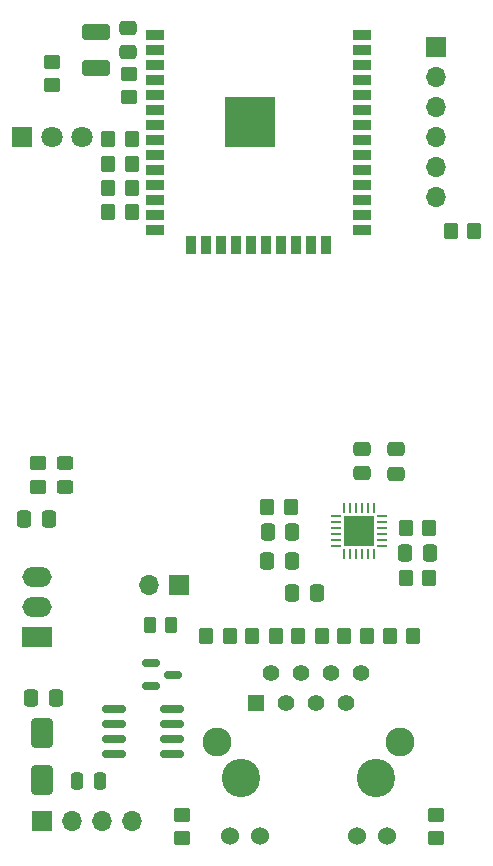
<source format=gbr>
%TF.GenerationSoftware,KiCad,Pcbnew,7.0.0-da2b9df05c~171~ubuntu22.10.1*%
%TF.CreationDate,2023-03-06T15:09:24+01:00*%
%TF.ProjectId,frakfurt_eth,6672616b-6675-4727-945f-6574682e6b69,rev?*%
%TF.SameCoordinates,Original*%
%TF.FileFunction,Soldermask,Top*%
%TF.FilePolarity,Negative*%
%FSLAX46Y46*%
G04 Gerber Fmt 4.6, Leading zero omitted, Abs format (unit mm)*
G04 Created by KiCad (PCBNEW 7.0.0-da2b9df05c~171~ubuntu22.10.1) date 2023-03-06 15:09:24*
%MOMM*%
%LPD*%
G01*
G04 APERTURE LIST*
G04 Aperture macros list*
%AMRoundRect*
0 Rectangle with rounded corners*
0 $1 Rounding radius*
0 $2 $3 $4 $5 $6 $7 $8 $9 X,Y pos of 4 corners*
0 Add a 4 corners polygon primitive as box body*
4,1,4,$2,$3,$4,$5,$6,$7,$8,$9,$2,$3,0*
0 Add four circle primitives for the rounded corners*
1,1,$1+$1,$2,$3*
1,1,$1+$1,$4,$5*
1,1,$1+$1,$6,$7*
1,1,$1+$1,$8,$9*
0 Add four rect primitives between the rounded corners*
20,1,$1+$1,$2,$3,$4,$5,0*
20,1,$1+$1,$4,$5,$6,$7,0*
20,1,$1+$1,$6,$7,$8,$9,0*
20,1,$1+$1,$8,$9,$2,$3,0*%
G04 Aperture macros list end*
%ADD10RoundRect,0.250000X-0.450000X0.350000X-0.450000X-0.350000X0.450000X-0.350000X0.450000X0.350000X0*%
%ADD11RoundRect,0.250000X0.450000X-0.325000X0.450000X0.325000X-0.450000X0.325000X-0.450000X-0.325000X0*%
%ADD12RoundRect,0.250000X0.350000X0.450000X-0.350000X0.450000X-0.350000X-0.450000X0.350000X-0.450000X0*%
%ADD13RoundRect,0.250000X-0.350000X-0.450000X0.350000X-0.450000X0.350000X0.450000X-0.350000X0.450000X0*%
%ADD14RoundRect,0.062500X0.350000X0.062500X-0.350000X0.062500X-0.350000X-0.062500X0.350000X-0.062500X0*%
%ADD15RoundRect,0.062500X0.062500X0.350000X-0.062500X0.350000X-0.062500X-0.350000X0.062500X-0.350000X0*%
%ADD16R,2.600000X2.600000*%
%ADD17RoundRect,0.250000X0.925000X-0.412500X0.925000X0.412500X-0.925000X0.412500X-0.925000X-0.412500X0*%
%ADD18RoundRect,0.250000X-0.337500X-0.475000X0.337500X-0.475000X0.337500X0.475000X-0.337500X0.475000X0*%
%ADD19RoundRect,0.150000X-0.825000X-0.150000X0.825000X-0.150000X0.825000X0.150000X-0.825000X0.150000X0*%
%ADD20R,1.500000X0.900000*%
%ADD21R,0.900000X1.500000*%
%ADD22C,0.600000*%
%ADD23R,4.200000X4.200000*%
%ADD24RoundRect,0.250000X-0.475000X0.337500X-0.475000X-0.337500X0.475000X-0.337500X0.475000X0.337500X0*%
%ADD25RoundRect,0.250000X0.262500X0.450000X-0.262500X0.450000X-0.262500X-0.450000X0.262500X-0.450000X0*%
%ADD26RoundRect,0.250000X0.450000X-0.350000X0.450000X0.350000X-0.450000X0.350000X-0.450000X-0.350000X0*%
%ADD27RoundRect,0.150000X-0.587500X-0.150000X0.587500X-0.150000X0.587500X0.150000X-0.587500X0.150000X0*%
%ADD28R,1.700000X1.700000*%
%ADD29O,1.700000X1.700000*%
%ADD30R,1.800000X1.800000*%
%ADD31C,1.800000*%
%ADD32R,2.500000X1.700000*%
%ADD33O,2.500000X1.700000*%
%ADD34RoundRect,0.250000X-0.650000X1.000000X-0.650000X-1.000000X0.650000X-1.000000X0.650000X1.000000X0*%
%ADD35RoundRect,0.250000X0.475000X-0.337500X0.475000X0.337500X-0.475000X0.337500X-0.475000X-0.337500X0*%
%ADD36C,3.250000*%
%ADD37R,1.398000X1.398000*%
%ADD38C,1.398000*%
%ADD39C,1.530000*%
%ADD40C,2.445000*%
%ADD41RoundRect,0.250000X0.337500X0.475000X-0.337500X0.475000X-0.337500X-0.475000X0.337500X-0.475000X0*%
%ADD42RoundRect,0.250000X-0.250000X-0.475000X0.250000X-0.475000X0.250000X0.475000X-0.250000X0.475000X0*%
G04 APERTURE END LIST*
D10*
%TO.C,R14*%
X131885000Y-118500000D03*
X131885000Y-120500000D03*
%TD*%
D11*
%TO.C,D4*%
X100450000Y-90775000D03*
X100450000Y-88725000D03*
%TD*%
D12*
%TO.C,L1*%
X131300000Y-94250000D03*
X129300000Y-94250000D03*
%TD*%
D13*
%TO.C,R11*%
X129300000Y-98450000D03*
X131300000Y-98450000D03*
%TD*%
D12*
%TO.C,R9*%
X106100000Y-65450000D03*
X104100000Y-65450000D03*
%TD*%
D14*
%TO.C,U3*%
X127287500Y-95750000D03*
X127287500Y-95250000D03*
X127287500Y-94750000D03*
X127287500Y-94250000D03*
X127287500Y-93750000D03*
X127287500Y-93250000D03*
D15*
X126600000Y-92562500D03*
X126100000Y-92562500D03*
X125600000Y-92562500D03*
X125100000Y-92562500D03*
X124600000Y-92562500D03*
X124100000Y-92562500D03*
D14*
X123412500Y-93250000D03*
X123412500Y-93750000D03*
X123412500Y-94250000D03*
X123412500Y-94750000D03*
X123412500Y-95250000D03*
X123412500Y-95750000D03*
D15*
X124100000Y-96437500D03*
X124600000Y-96437500D03*
X125100000Y-96437500D03*
X125600000Y-96437500D03*
X126100000Y-96437500D03*
X126600000Y-96437500D03*
D16*
X125349999Y-94499999D03*
%TD*%
D17*
%TO.C,C4*%
X103050000Y-55287500D03*
X103050000Y-52212500D03*
%TD*%
D18*
%TO.C,C13*%
X97025000Y-93450000D03*
X99100000Y-93450000D03*
%TD*%
D19*
%TO.C,U4*%
X104575000Y-109545000D03*
X104575000Y-110815000D03*
X104575000Y-112085000D03*
X104575000Y-113355000D03*
X109525000Y-113355000D03*
X109525000Y-112085000D03*
X109525000Y-110815000D03*
X109525000Y-109545000D03*
%TD*%
D20*
%TO.C,U2*%
X108089999Y-52509999D03*
X108089999Y-53779999D03*
X108089999Y-55049999D03*
X108089999Y-56319999D03*
X108089999Y-57589999D03*
X108089999Y-58859999D03*
X108089999Y-60129999D03*
X108089999Y-61399999D03*
X108089999Y-62669999D03*
X108089999Y-63939999D03*
X108089999Y-65209999D03*
X108089999Y-66479999D03*
X108089999Y-67749999D03*
X108089999Y-69019999D03*
D21*
X111129999Y-70269999D03*
X112399999Y-70269999D03*
X113669999Y-70269999D03*
X114939999Y-70269999D03*
X116209999Y-70269999D03*
X117479999Y-70269999D03*
X118749999Y-70269999D03*
X120019999Y-70269999D03*
X121289999Y-70269999D03*
X122559999Y-70269999D03*
D20*
X125589999Y-69019999D03*
X125589999Y-67749999D03*
X125589999Y-66479999D03*
X125589999Y-65209999D03*
X125589999Y-63939999D03*
X125589999Y-62669999D03*
X125589999Y-61399999D03*
X125589999Y-60129999D03*
X125589999Y-58859999D03*
X125589999Y-57589999D03*
X125589999Y-56319999D03*
X125589999Y-55049999D03*
X125589999Y-53779999D03*
X125589999Y-52509999D03*
D22*
X114635000Y-59087500D03*
X114635000Y-60612500D03*
X115397500Y-58325000D03*
X115397500Y-59850000D03*
X115397500Y-61375000D03*
X116160000Y-59087500D03*
D23*
X116159999Y-59849999D03*
D22*
X116160000Y-60612500D03*
X116922500Y-58325000D03*
X116922500Y-59850000D03*
X116922500Y-61375000D03*
X117685000Y-59087500D03*
X117685000Y-60612500D03*
%TD*%
D18*
%TO.C,C8*%
X129262500Y-96350000D03*
X131337500Y-96350000D03*
%TD*%
D24*
%TO.C,C7*%
X125600000Y-87512500D03*
X125600000Y-89587500D03*
%TD*%
D25*
%TO.C,R15*%
X109462500Y-102450000D03*
X107637500Y-102450000D03*
%TD*%
D26*
%TO.C,R6*%
X105850000Y-57750000D03*
X105850000Y-55750000D03*
%TD*%
D27*
%TO.C,D2*%
X107762500Y-105700000D03*
X107762500Y-107600000D03*
X109637500Y-106650000D03*
%TD*%
D28*
%TO.C,J4*%
X98549999Y-119049999D03*
D29*
X101089999Y-119049999D03*
X103629999Y-119049999D03*
X106169999Y-119049999D03*
%TD*%
D13*
%TO.C,R3*%
X124050000Y-103350000D03*
X126050000Y-103350000D03*
%TD*%
D10*
%TO.C,R5*%
X110335000Y-118500000D03*
X110335000Y-120500000D03*
%TD*%
D28*
%TO.C,J2*%
X131899999Y-53499999D03*
D29*
X131899999Y-56039999D03*
X131899999Y-58579999D03*
X131899999Y-61119999D03*
X131899999Y-63659999D03*
X131899999Y-66199999D03*
%TD*%
D30*
%TO.C,D1*%
X96849999Y-61099999D03*
D31*
X99390000Y-61100000D03*
X101930000Y-61100000D03*
%TD*%
D32*
%TO.C,U5*%
X98092499Y-103497499D03*
D33*
X98092499Y-100957499D03*
X98092499Y-98417499D03*
%TD*%
D12*
%TO.C,R8*%
X106100000Y-63450000D03*
X104100000Y-63450000D03*
%TD*%
D34*
%TO.C,D3*%
X98500000Y-111600000D03*
X98500000Y-115600000D03*
%TD*%
D35*
%TO.C,C3*%
X105800000Y-53937500D03*
X105800000Y-51862500D03*
%TD*%
D26*
%TO.C,R16*%
X99350000Y-56750000D03*
X99350000Y-54750000D03*
%TD*%
D18*
%TO.C,C6*%
X119712500Y-99700000D03*
X121787500Y-99700000D03*
%TD*%
D13*
%TO.C,R7*%
X133100000Y-69050000D03*
X135100000Y-69050000D03*
%TD*%
D12*
%TO.C,R10*%
X106100000Y-67450000D03*
X104100000Y-67450000D03*
%TD*%
D36*
%TO.C,J1*%
X126800000Y-115400000D03*
X115370000Y-115400000D03*
D37*
X116634999Y-109049999D03*
D38*
X117905000Y-106510000D03*
X119175000Y-109050000D03*
X120445000Y-106510000D03*
X121715000Y-109050000D03*
X122985000Y-106510000D03*
X124255000Y-109050000D03*
X125525000Y-106510000D03*
D39*
X114460000Y-120300000D03*
X117000000Y-120300000D03*
X125170000Y-120300000D03*
X127710000Y-120300000D03*
D40*
X113340000Y-112350000D03*
X128830000Y-112350000D03*
%TD*%
D13*
%TO.C,L2*%
X127950000Y-103350000D03*
X129950000Y-103350000D03*
%TD*%
D12*
%TO.C,R1*%
X114400000Y-103350000D03*
X112400000Y-103350000D03*
%TD*%
%TO.C,R2*%
X118300000Y-103350000D03*
X116300000Y-103350000D03*
%TD*%
D10*
%TO.C,R17*%
X98200000Y-88750000D03*
X98200000Y-90750000D03*
%TD*%
D18*
%TO.C,C12*%
X97612500Y-108650000D03*
X99687500Y-108650000D03*
%TD*%
D41*
%TO.C,C10*%
X119637500Y-97000000D03*
X117562500Y-97000000D03*
%TD*%
D12*
%TO.C,R4*%
X122200000Y-103350000D03*
X120200000Y-103350000D03*
%TD*%
D42*
%TO.C,C5*%
X101500000Y-115650000D03*
X103400000Y-115650000D03*
%TD*%
D12*
%TO.C,R13*%
X106100000Y-61300000D03*
X104100000Y-61300000D03*
%TD*%
D35*
%TO.C,C9*%
X128450000Y-89637500D03*
X128450000Y-87562500D03*
%TD*%
D13*
%TO.C,R12*%
X117600000Y-92450000D03*
X119600000Y-92450000D03*
%TD*%
D41*
%TO.C,C11*%
X119687500Y-94550000D03*
X117612500Y-94550000D03*
%TD*%
D28*
%TO.C,J5*%
X110074999Y-99049999D03*
D29*
X107534999Y-99049999D03*
%TD*%
M02*

</source>
